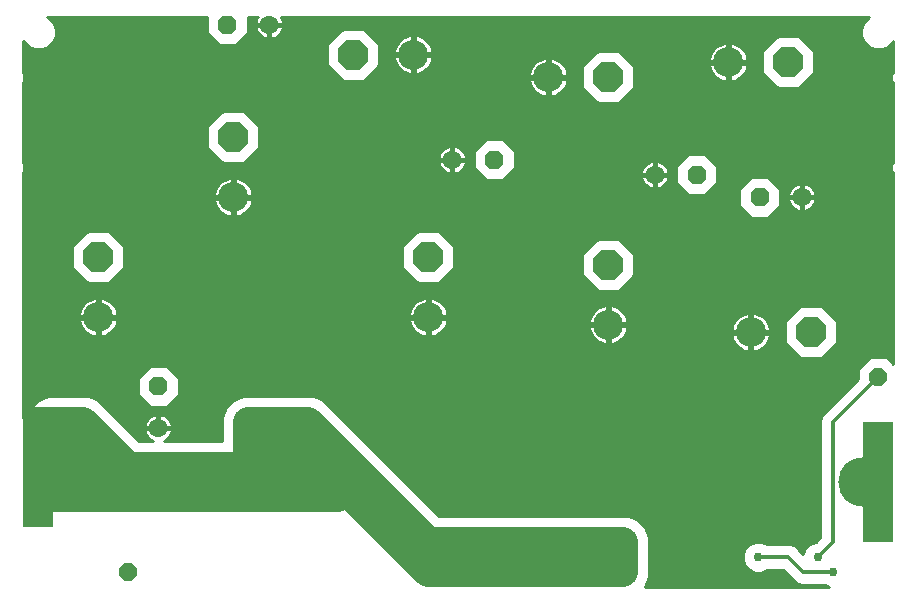
<source format=gbl>
G75*
%MOIN*%
%OFA0B0*%
%FSLAX25Y25*%
%IPPOS*%
%LPD*%
%AMOC8*
5,1,8,0,0,1.08239X$1,22.5*
%
%ADD10OC8,0.06000*%
%ADD11OC8,0.06300*%
%ADD12C,0.06300*%
%ADD13C,0.10000*%
%ADD14OC8,0.10000*%
%ADD15R,0.10000X0.40000*%
%ADD16C,0.16500*%
%ADD17C,0.02978*%
%ADD18C,0.01200*%
%ADD19C,0.10000*%
%ADD20C,0.01000*%
D10*
X0041500Y0015167D03*
X0291500Y0080167D03*
D11*
X0252000Y0140167D03*
X0231000Y0147667D03*
X0163500Y0152667D03*
X0074500Y0197667D03*
X0051500Y0077167D03*
D12*
X0051500Y0063167D03*
X0149500Y0152667D03*
X0217000Y0147667D03*
X0266000Y0140167D03*
X0088500Y0197667D03*
D13*
X0136500Y0187667D03*
X0181500Y0180167D03*
X0241500Y0185167D03*
X0141500Y0100167D03*
X0201500Y0097667D03*
X0249000Y0095167D03*
X0076500Y0140167D03*
X0031500Y0100167D03*
D14*
X0031500Y0120167D03*
X0076500Y0160167D03*
X0116500Y0187667D03*
X0201500Y0180167D03*
X0261500Y0185167D03*
X0201500Y0117667D03*
X0141500Y0120167D03*
X0269000Y0095167D03*
D15*
X0291500Y0045167D03*
X0291500Y0165167D03*
X0011500Y0165167D03*
X0011500Y0050167D03*
D16*
X0021500Y0050167D03*
X0021500Y0165167D03*
X0281500Y0165167D03*
X0286500Y0045167D03*
D17*
X0271500Y0020167D03*
X0276500Y0015167D03*
X0251500Y0020167D03*
X0206500Y0020167D03*
X0206500Y0025167D03*
X0206500Y0015167D03*
X0141500Y0015167D03*
X0141500Y0020167D03*
X0141500Y0025167D03*
X0086500Y0055167D03*
X0086500Y0060167D03*
X0086500Y0065167D03*
X0036500Y0055167D03*
X0026500Y0060167D03*
X0026500Y0050167D03*
X0036500Y0045167D03*
X0026500Y0040167D03*
D18*
X0251500Y0020167D02*
X0261500Y0020167D01*
X0266500Y0015167D01*
X0276500Y0015167D01*
X0271500Y0020167D02*
X0276500Y0025167D01*
X0276500Y0065167D01*
X0291500Y0080167D01*
D19*
X0206500Y0025167D02*
X0206500Y0015167D01*
X0141500Y0015167D01*
X0101500Y0055167D01*
X0081500Y0055167D01*
X0081500Y0065167D01*
X0101500Y0065167D01*
X0141500Y0025167D01*
X0141500Y0015167D01*
X0141500Y0025167D02*
X0206500Y0025167D01*
X0111500Y0040167D02*
X0026500Y0040167D01*
X0016500Y0040167D01*
X0016500Y0050167D01*
X0021500Y0045167D01*
X0036500Y0045167D01*
X0021500Y0060167D01*
X0021500Y0055167D01*
X0026500Y0050167D01*
X0016500Y0050167D02*
X0016500Y0060167D01*
X0016500Y0065167D02*
X0026500Y0065167D01*
X0036500Y0055167D01*
X0041500Y0050167D01*
X0101500Y0050167D01*
X0106500Y0045167D02*
X0036500Y0045167D01*
D20*
X0045104Y0058867D02*
X0041428Y0062542D01*
X0031428Y0072542D01*
X0028231Y0073867D01*
X0014769Y0073867D01*
X0011572Y0072542D01*
X0009124Y0070095D01*
X0008977Y0069738D01*
X0008561Y0069566D01*
X0007101Y0068106D01*
X0006500Y0066655D01*
X0006500Y0148678D01*
X0007101Y0147227D01*
X0008561Y0145768D01*
X0010468Y0144978D01*
X0012532Y0144978D01*
X0014439Y0145768D01*
X0015899Y0147227D01*
X0016689Y0149134D01*
X0016689Y0151199D01*
X0015899Y0153106D01*
X0014439Y0154566D01*
X0012532Y0155356D01*
X0010468Y0155356D01*
X0008561Y0154566D01*
X0007101Y0153106D01*
X0006500Y0151655D01*
X0006500Y0178678D01*
X0007101Y0177227D01*
X0008561Y0175768D01*
X0010468Y0174978D01*
X0012532Y0174978D01*
X0014439Y0175768D01*
X0015899Y0177227D01*
X0016689Y0179134D01*
X0016689Y0181199D01*
X0015899Y0183106D01*
X0014439Y0184566D01*
X0012532Y0185356D01*
X0010468Y0185356D01*
X0008561Y0184566D01*
X0007101Y0183106D01*
X0006500Y0181655D01*
X0006500Y0192135D01*
X0006600Y0191893D01*
X0008226Y0190267D01*
X0010350Y0189387D01*
X0012650Y0189387D01*
X0014774Y0190267D01*
X0016400Y0191893D01*
X0017280Y0194017D01*
X0017280Y0196316D01*
X0016400Y0198440D01*
X0014774Y0200066D01*
X0014531Y0200167D01*
X0067650Y0200167D01*
X0067650Y0194829D01*
X0071663Y0190817D01*
X0077337Y0190817D01*
X0081350Y0194829D01*
X0081350Y0200167D01*
X0084569Y0200167D01*
X0084523Y0200104D01*
X0084191Y0199452D01*
X0083964Y0198756D01*
X0083850Y0198033D01*
X0083850Y0197967D01*
X0088200Y0197967D01*
X0088200Y0197367D01*
X0083850Y0197367D01*
X0083850Y0197301D01*
X0083964Y0196578D01*
X0084191Y0195882D01*
X0084523Y0195230D01*
X0084953Y0194637D01*
X0085471Y0194120D01*
X0086063Y0193690D01*
X0086715Y0193357D01*
X0087411Y0193131D01*
X0088134Y0193017D01*
X0088200Y0193017D01*
X0088200Y0197367D01*
X0088800Y0197367D01*
X0088800Y0197967D01*
X0093150Y0197967D01*
X0093150Y0198033D01*
X0093035Y0198756D01*
X0092809Y0199452D01*
X0092477Y0200104D01*
X0092431Y0200167D01*
X0288469Y0200167D01*
X0288226Y0200066D01*
X0286600Y0198440D01*
X0285720Y0196316D01*
X0285720Y0194017D01*
X0286600Y0191893D01*
X0288226Y0190267D01*
X0290350Y0189387D01*
X0292650Y0189387D01*
X0294774Y0190267D01*
X0296400Y0191893D01*
X0296500Y0192135D01*
X0296500Y0181655D01*
X0295899Y0183106D01*
X0294439Y0184566D01*
X0292532Y0185356D01*
X0290468Y0185356D01*
X0288561Y0184566D01*
X0287101Y0183106D01*
X0286311Y0181199D01*
X0286311Y0179134D01*
X0287101Y0177227D01*
X0288561Y0175768D01*
X0290468Y0174978D01*
X0292532Y0174978D01*
X0294439Y0175768D01*
X0295899Y0177227D01*
X0296500Y0178678D01*
X0296500Y0151655D01*
X0295899Y0153106D01*
X0294439Y0154566D01*
X0292532Y0155356D01*
X0290468Y0155356D01*
X0288561Y0154566D01*
X0287101Y0153106D01*
X0286311Y0151199D01*
X0286311Y0149134D01*
X0287101Y0147227D01*
X0288561Y0145768D01*
X0290468Y0144978D01*
X0292532Y0144978D01*
X0294439Y0145768D01*
X0295899Y0147227D01*
X0296500Y0148678D01*
X0296500Y0084642D01*
X0294275Y0086867D01*
X0288725Y0086867D01*
X0284800Y0082942D01*
X0284800Y0079548D01*
X0274064Y0068812D01*
X0272855Y0067602D01*
X0272200Y0066022D01*
X0272200Y0026948D01*
X0270608Y0025356D01*
X0270468Y0025356D01*
X0268561Y0024566D01*
X0267101Y0023106D01*
X0266381Y0021367D01*
X0265145Y0022602D01*
X0263936Y0023812D01*
X0262355Y0024467D01*
X0254538Y0024467D01*
X0254439Y0024566D01*
X0252532Y0025356D01*
X0250468Y0025356D01*
X0248561Y0024566D01*
X0247101Y0023106D01*
X0246311Y0021199D01*
X0246311Y0019134D01*
X0247101Y0017227D01*
X0248561Y0015768D01*
X0250468Y0014978D01*
X0252532Y0014978D01*
X0254439Y0015768D01*
X0254538Y0015867D01*
X0259719Y0015867D01*
X0264064Y0011521D01*
X0265645Y0010867D01*
X0273462Y0010867D01*
X0273561Y0010768D01*
X0275012Y0010167D01*
X0213804Y0010167D01*
X0213875Y0010238D01*
X0215200Y0013436D01*
X0215200Y0026897D01*
X0213875Y0030095D01*
X0211428Y0032542D01*
X0208231Y0033867D01*
X0145104Y0033867D01*
X0108875Y0070095D01*
X0106428Y0072542D01*
X0103231Y0073867D01*
X0079769Y0073867D01*
X0076572Y0072542D01*
X0074124Y0070095D01*
X0072800Y0066897D01*
X0072800Y0058867D01*
X0053303Y0058867D01*
X0053937Y0059190D01*
X0054529Y0059620D01*
X0055047Y0060137D01*
X0055477Y0060730D01*
X0055809Y0061382D01*
X0056035Y0062078D01*
X0056150Y0062801D01*
X0056150Y0062867D01*
X0051800Y0062867D01*
X0051800Y0063467D01*
X0051200Y0063467D01*
X0051200Y0067817D01*
X0051134Y0067817D01*
X0050411Y0067702D01*
X0049715Y0067476D01*
X0049063Y0067144D01*
X0048471Y0066713D01*
X0047953Y0066196D01*
X0047523Y0065604D01*
X0047191Y0064952D01*
X0046964Y0064256D01*
X0046850Y0063533D01*
X0046850Y0063467D01*
X0051200Y0063467D01*
X0051200Y0062867D01*
X0046850Y0062867D01*
X0046850Y0062801D01*
X0046964Y0062078D01*
X0047191Y0061382D01*
X0047523Y0060730D01*
X0047953Y0060137D01*
X0048471Y0059620D01*
X0049063Y0059190D01*
X0049697Y0058867D01*
X0045104Y0058867D01*
X0044884Y0059086D02*
X0049266Y0059086D01*
X0048006Y0060085D02*
X0043886Y0060085D01*
X0042887Y0061083D02*
X0047343Y0061083D01*
X0046964Y0062082D02*
X0041888Y0062082D01*
X0040890Y0063080D02*
X0051200Y0063080D01*
X0051800Y0063080D02*
X0072800Y0063080D01*
X0072800Y0062082D02*
X0056036Y0062082D01*
X0055657Y0061083D02*
X0072800Y0061083D01*
X0072800Y0060085D02*
X0054994Y0060085D01*
X0053734Y0059086D02*
X0072800Y0059086D01*
X0072800Y0064079D02*
X0056063Y0064079D01*
X0056035Y0064256D02*
X0055809Y0064952D01*
X0055477Y0065604D01*
X0055047Y0066196D01*
X0054529Y0066713D01*
X0053937Y0067144D01*
X0053285Y0067476D01*
X0052589Y0067702D01*
X0051866Y0067817D01*
X0051800Y0067817D01*
X0051800Y0063467D01*
X0056150Y0063467D01*
X0056150Y0063533D01*
X0056035Y0064256D01*
X0055745Y0065077D02*
X0072800Y0065077D01*
X0072800Y0066076D02*
X0055134Y0066076D01*
X0054033Y0067074D02*
X0072873Y0067074D01*
X0073287Y0068073D02*
X0035897Y0068073D01*
X0034899Y0069071D02*
X0073701Y0069071D01*
X0074114Y0070070D02*
X0033900Y0070070D01*
X0032902Y0071068D02*
X0047911Y0071068D01*
X0048663Y0070317D02*
X0044650Y0074329D01*
X0044650Y0080004D01*
X0048663Y0084017D01*
X0054337Y0084017D01*
X0058350Y0080004D01*
X0058350Y0074329D01*
X0054337Y0070317D01*
X0048663Y0070317D01*
X0046912Y0072067D02*
X0031903Y0072067D01*
X0030165Y0073065D02*
X0045914Y0073065D01*
X0044915Y0074064D02*
X0006500Y0074064D01*
X0006500Y0075062D02*
X0044650Y0075062D01*
X0044650Y0076061D02*
X0006500Y0076061D01*
X0006500Y0077059D02*
X0044650Y0077059D01*
X0044650Y0078058D02*
X0006500Y0078058D01*
X0006500Y0079056D02*
X0044650Y0079056D01*
X0044701Y0080055D02*
X0006500Y0080055D01*
X0006500Y0081054D02*
X0045700Y0081054D01*
X0046698Y0082052D02*
X0006500Y0082052D01*
X0006500Y0083051D02*
X0047697Y0083051D01*
X0055303Y0083051D02*
X0284909Y0083051D01*
X0284800Y0082052D02*
X0056302Y0082052D01*
X0057300Y0081054D02*
X0284800Y0081054D01*
X0284800Y0080055D02*
X0058299Y0080055D01*
X0058350Y0079056D02*
X0284309Y0079056D01*
X0283310Y0078058D02*
X0058350Y0078058D01*
X0058350Y0077059D02*
X0282312Y0077059D01*
X0281313Y0076061D02*
X0058350Y0076061D01*
X0058350Y0075062D02*
X0280315Y0075062D01*
X0279316Y0074064D02*
X0058085Y0074064D01*
X0057086Y0073065D02*
X0077835Y0073065D01*
X0076097Y0072067D02*
X0056088Y0072067D01*
X0055089Y0071068D02*
X0075098Y0071068D01*
X0051800Y0067074D02*
X0051200Y0067074D01*
X0051200Y0066076D02*
X0051800Y0066076D01*
X0051800Y0065077D02*
X0051200Y0065077D01*
X0051200Y0064079D02*
X0051800Y0064079D01*
X0048967Y0067074D02*
X0036896Y0067074D01*
X0037894Y0066076D02*
X0047866Y0066076D01*
X0047255Y0065077D02*
X0038893Y0065077D01*
X0039891Y0064079D02*
X0046937Y0064079D01*
X0012835Y0073065D02*
X0006500Y0073065D01*
X0006500Y0072067D02*
X0011097Y0072067D01*
X0010098Y0071068D02*
X0006500Y0071068D01*
X0006500Y0070070D02*
X0009114Y0070070D01*
X0008066Y0069071D02*
X0006500Y0069071D01*
X0006500Y0068073D02*
X0007087Y0068073D01*
X0006674Y0067074D02*
X0006500Y0067074D01*
X0006500Y0084049D02*
X0285907Y0084049D01*
X0286906Y0085048D02*
X0006500Y0085048D01*
X0006500Y0086046D02*
X0287904Y0086046D01*
X0295096Y0086046D02*
X0296500Y0086046D01*
X0296500Y0085048D02*
X0296094Y0085048D01*
X0296500Y0087045D02*
X0273182Y0087045D01*
X0272604Y0086467D02*
X0277700Y0091563D01*
X0277700Y0098770D01*
X0272604Y0103867D01*
X0265396Y0103867D01*
X0260300Y0098770D01*
X0260300Y0091563D01*
X0265396Y0086467D01*
X0272604Y0086467D01*
X0274180Y0088043D02*
X0296500Y0088043D01*
X0296500Y0089042D02*
X0275179Y0089042D01*
X0276177Y0090040D02*
X0296500Y0090040D01*
X0296500Y0091039D02*
X0277176Y0091039D01*
X0277700Y0092037D02*
X0296500Y0092037D01*
X0296500Y0093036D02*
X0277700Y0093036D01*
X0277700Y0094034D02*
X0296500Y0094034D01*
X0296500Y0095033D02*
X0277700Y0095033D01*
X0277700Y0096031D02*
X0296500Y0096031D01*
X0296500Y0097030D02*
X0277700Y0097030D01*
X0277700Y0098028D02*
X0296500Y0098028D01*
X0296500Y0099027D02*
X0277444Y0099027D01*
X0276445Y0100025D02*
X0296500Y0100025D01*
X0296500Y0101024D02*
X0275447Y0101024D01*
X0274448Y0102022D02*
X0296500Y0102022D01*
X0296500Y0103021D02*
X0273450Y0103021D01*
X0264550Y0103021D02*
X0205200Y0103021D01*
X0205119Y0103083D02*
X0204381Y0103509D01*
X0203594Y0103835D01*
X0202771Y0104055D01*
X0202000Y0104157D01*
X0202000Y0098167D01*
X0201000Y0098167D01*
X0201000Y0104157D01*
X0200229Y0104055D01*
X0199406Y0103835D01*
X0198619Y0103509D01*
X0197881Y0103083D01*
X0197205Y0102564D01*
X0196603Y0101962D01*
X0196084Y0101286D01*
X0195658Y0100548D01*
X0195332Y0099760D01*
X0195111Y0098937D01*
X0195010Y0098167D01*
X0201000Y0098167D01*
X0201000Y0097167D01*
X0195010Y0097167D01*
X0195111Y0096396D01*
X0195332Y0095573D01*
X0195658Y0094786D01*
X0196084Y0094048D01*
X0196603Y0093372D01*
X0197205Y0092769D01*
X0197881Y0092251D01*
X0198619Y0091824D01*
X0199406Y0091498D01*
X0200229Y0091278D01*
X0201000Y0091176D01*
X0201000Y0097167D01*
X0202000Y0097167D01*
X0202000Y0098167D01*
X0207990Y0098167D01*
X0207889Y0098937D01*
X0207668Y0099760D01*
X0207342Y0100548D01*
X0206916Y0101286D01*
X0206397Y0101962D01*
X0205795Y0102564D01*
X0205119Y0103083D01*
X0206337Y0102022D02*
X0263552Y0102022D01*
X0262553Y0101024D02*
X0251845Y0101024D01*
X0251881Y0101009D02*
X0251094Y0101335D01*
X0250271Y0101555D01*
X0249500Y0101657D01*
X0249500Y0095667D01*
X0248500Y0095667D01*
X0248500Y0101657D01*
X0247729Y0101555D01*
X0246906Y0101335D01*
X0246119Y0101009D01*
X0245381Y0100583D01*
X0244705Y0100064D01*
X0244103Y0099462D01*
X0243584Y0098786D01*
X0243158Y0098048D01*
X0242832Y0097260D01*
X0242611Y0096437D01*
X0242510Y0095667D01*
X0248500Y0095667D01*
X0248500Y0094667D01*
X0242510Y0094667D01*
X0242611Y0093896D01*
X0242832Y0093073D01*
X0243158Y0092286D01*
X0243584Y0091548D01*
X0244103Y0090872D01*
X0244705Y0090269D01*
X0245381Y0089751D01*
X0246119Y0089324D01*
X0246906Y0088998D01*
X0247729Y0088778D01*
X0248500Y0088676D01*
X0248500Y0094667D01*
X0249500Y0094667D01*
X0249500Y0095667D01*
X0255490Y0095667D01*
X0255389Y0096437D01*
X0255168Y0097260D01*
X0254842Y0098048D01*
X0254416Y0098786D01*
X0253897Y0099462D01*
X0253295Y0100064D01*
X0252619Y0100583D01*
X0251881Y0101009D01*
X0253334Y0100025D02*
X0261555Y0100025D01*
X0260556Y0099027D02*
X0254231Y0099027D01*
X0254850Y0098028D02*
X0260300Y0098028D01*
X0260300Y0097030D02*
X0255230Y0097030D01*
X0255442Y0096031D02*
X0260300Y0096031D01*
X0260300Y0095033D02*
X0249500Y0095033D01*
X0249500Y0094667D02*
X0255490Y0094667D01*
X0255389Y0093896D01*
X0255168Y0093073D01*
X0254842Y0092286D01*
X0254416Y0091548D01*
X0253897Y0090872D01*
X0253295Y0090269D01*
X0252619Y0089751D01*
X0251881Y0089324D01*
X0251094Y0088998D01*
X0250271Y0088778D01*
X0249500Y0088676D01*
X0249500Y0094667D01*
X0249500Y0094034D02*
X0248500Y0094034D01*
X0248500Y0093036D02*
X0249500Y0093036D01*
X0249500Y0092037D02*
X0248500Y0092037D01*
X0248500Y0091039D02*
X0249500Y0091039D01*
X0249500Y0090040D02*
X0248500Y0090040D01*
X0248500Y0089042D02*
X0249500Y0089042D01*
X0251198Y0089042D02*
X0262821Y0089042D01*
X0261823Y0090040D02*
X0252996Y0090040D01*
X0254026Y0091039D02*
X0260824Y0091039D01*
X0260300Y0092037D02*
X0254699Y0092037D01*
X0255153Y0093036D02*
X0260300Y0093036D01*
X0260300Y0094034D02*
X0255407Y0094034D01*
X0249500Y0096031D02*
X0248500Y0096031D01*
X0248500Y0095033D02*
X0207445Y0095033D01*
X0207342Y0094786D02*
X0207668Y0095573D01*
X0207889Y0096396D01*
X0207990Y0097167D01*
X0202000Y0097167D01*
X0202000Y0091176D01*
X0202771Y0091278D01*
X0203594Y0091498D01*
X0204381Y0091824D01*
X0205119Y0092251D01*
X0205795Y0092769D01*
X0206397Y0093372D01*
X0206916Y0094048D01*
X0207342Y0094786D01*
X0206906Y0094034D02*
X0242593Y0094034D01*
X0242847Y0093036D02*
X0206061Y0093036D01*
X0204749Y0092037D02*
X0243301Y0092037D01*
X0243974Y0091039D02*
X0006500Y0091039D01*
X0006500Y0092037D02*
X0198251Y0092037D01*
X0196939Y0093036D02*
X0006500Y0093036D01*
X0006500Y0094034D02*
X0029320Y0094034D01*
X0029406Y0093998D02*
X0030229Y0093778D01*
X0031000Y0093676D01*
X0031000Y0099667D01*
X0025010Y0099667D01*
X0025111Y0098896D01*
X0025332Y0098073D01*
X0025658Y0097286D01*
X0026084Y0096548D01*
X0026603Y0095872D01*
X0027205Y0095269D01*
X0027881Y0094751D01*
X0028619Y0094324D01*
X0029406Y0093998D01*
X0031000Y0094034D02*
X0032000Y0094034D01*
X0032000Y0093676D02*
X0032771Y0093778D01*
X0033594Y0093998D01*
X0034381Y0094324D01*
X0035119Y0094751D01*
X0035795Y0095269D01*
X0036397Y0095872D01*
X0036916Y0096548D01*
X0037342Y0097286D01*
X0037668Y0098073D01*
X0037889Y0098896D01*
X0037990Y0099667D01*
X0032000Y0099667D01*
X0032000Y0100667D01*
X0031000Y0100667D01*
X0031000Y0106657D01*
X0030229Y0106555D01*
X0029406Y0106335D01*
X0028619Y0106009D01*
X0027881Y0105583D01*
X0027205Y0105064D01*
X0026603Y0104462D01*
X0026084Y0103786D01*
X0025658Y0103048D01*
X0025332Y0102260D01*
X0025111Y0101437D01*
X0025010Y0100667D01*
X0031000Y0100667D01*
X0031000Y0099667D01*
X0032000Y0099667D01*
X0032000Y0093676D01*
X0032000Y0095033D02*
X0031000Y0095033D01*
X0031000Y0096031D02*
X0032000Y0096031D01*
X0032000Y0097030D02*
X0031000Y0097030D01*
X0031000Y0098028D02*
X0032000Y0098028D01*
X0032000Y0099027D02*
X0031000Y0099027D01*
X0031000Y0100025D02*
X0006500Y0100025D01*
X0006500Y0099027D02*
X0025094Y0099027D01*
X0025350Y0098028D02*
X0006500Y0098028D01*
X0006500Y0097030D02*
X0025806Y0097030D01*
X0026480Y0096031D02*
X0006500Y0096031D01*
X0006500Y0095033D02*
X0027513Y0095033D01*
X0033680Y0094034D02*
X0139320Y0094034D01*
X0139406Y0093998D02*
X0140229Y0093778D01*
X0141000Y0093676D01*
X0141000Y0099667D01*
X0135010Y0099667D01*
X0135111Y0098896D01*
X0135332Y0098073D01*
X0135658Y0097286D01*
X0136084Y0096548D01*
X0136603Y0095872D01*
X0137205Y0095269D01*
X0137881Y0094751D01*
X0138619Y0094324D01*
X0139406Y0093998D01*
X0141000Y0094034D02*
X0142000Y0094034D01*
X0142000Y0093676D02*
X0142771Y0093778D01*
X0143594Y0093998D01*
X0144381Y0094324D01*
X0145119Y0094751D01*
X0145795Y0095269D01*
X0146397Y0095872D01*
X0146916Y0096548D01*
X0147342Y0097286D01*
X0147668Y0098073D01*
X0147889Y0098896D01*
X0147990Y0099667D01*
X0142000Y0099667D01*
X0142000Y0100667D01*
X0141000Y0100667D01*
X0141000Y0106657D01*
X0140229Y0106555D01*
X0139406Y0106335D01*
X0138619Y0106009D01*
X0137881Y0105583D01*
X0137205Y0105064D01*
X0136603Y0104462D01*
X0136084Y0103786D01*
X0135658Y0103048D01*
X0135332Y0102260D01*
X0135111Y0101437D01*
X0135010Y0100667D01*
X0141000Y0100667D01*
X0141000Y0099667D01*
X0142000Y0099667D01*
X0142000Y0093676D01*
X0142000Y0095033D02*
X0141000Y0095033D01*
X0141000Y0096031D02*
X0142000Y0096031D01*
X0142000Y0097030D02*
X0141000Y0097030D01*
X0141000Y0098028D02*
X0142000Y0098028D01*
X0142000Y0099027D02*
X0141000Y0099027D01*
X0141000Y0100025D02*
X0032000Y0100025D01*
X0032000Y0100667D02*
X0037990Y0100667D01*
X0037889Y0101437D01*
X0037668Y0102260D01*
X0037342Y0103048D01*
X0036916Y0103786D01*
X0036397Y0104462D01*
X0035795Y0105064D01*
X0035119Y0105583D01*
X0034381Y0106009D01*
X0033594Y0106335D01*
X0032771Y0106555D01*
X0032000Y0106657D01*
X0032000Y0100667D01*
X0032000Y0101024D02*
X0031000Y0101024D01*
X0031000Y0102022D02*
X0032000Y0102022D01*
X0032000Y0103021D02*
X0031000Y0103021D01*
X0031000Y0104019D02*
X0032000Y0104019D01*
X0032000Y0105018D02*
X0031000Y0105018D01*
X0031000Y0106016D02*
X0032000Y0106016D01*
X0034363Y0106016D02*
X0138637Y0106016D01*
X0137159Y0105018D02*
X0035841Y0105018D01*
X0036737Y0104019D02*
X0136263Y0104019D01*
X0135647Y0103021D02*
X0037353Y0103021D01*
X0037732Y0102022D02*
X0135268Y0102022D01*
X0135057Y0101024D02*
X0037943Y0101024D01*
X0037906Y0099027D02*
X0135094Y0099027D01*
X0135350Y0098028D02*
X0037650Y0098028D01*
X0037194Y0097030D02*
X0135806Y0097030D01*
X0136480Y0096031D02*
X0036520Y0096031D01*
X0035487Y0095033D02*
X0137513Y0095033D01*
X0143680Y0094034D02*
X0196094Y0094034D01*
X0195555Y0095033D02*
X0145487Y0095033D01*
X0146520Y0096031D02*
X0195209Y0096031D01*
X0195028Y0097030D02*
X0147194Y0097030D01*
X0147650Y0098028D02*
X0201000Y0098028D01*
X0201000Y0097030D02*
X0202000Y0097030D01*
X0202000Y0098028D02*
X0243150Y0098028D01*
X0242770Y0097030D02*
X0207972Y0097030D01*
X0207791Y0096031D02*
X0242558Y0096031D01*
X0243769Y0099027D02*
X0207865Y0099027D01*
X0207559Y0100025D02*
X0244666Y0100025D01*
X0246155Y0101024D02*
X0207067Y0101024D01*
X0202000Y0101024D02*
X0201000Y0101024D01*
X0201000Y0102022D02*
X0202000Y0102022D01*
X0202000Y0103021D02*
X0201000Y0103021D01*
X0201000Y0104019D02*
X0202000Y0104019D01*
X0202906Y0104019D02*
X0296500Y0104019D01*
X0296500Y0105018D02*
X0145841Y0105018D01*
X0145795Y0105064D02*
X0145119Y0105583D01*
X0144381Y0106009D01*
X0143594Y0106335D01*
X0142771Y0106555D01*
X0142000Y0106657D01*
X0142000Y0100667D01*
X0147990Y0100667D01*
X0147889Y0101437D01*
X0147668Y0102260D01*
X0147342Y0103048D01*
X0146916Y0103786D01*
X0146397Y0104462D01*
X0145795Y0105064D01*
X0146737Y0104019D02*
X0200094Y0104019D01*
X0197800Y0103021D02*
X0147353Y0103021D01*
X0147732Y0102022D02*
X0196663Y0102022D01*
X0195933Y0101024D02*
X0147943Y0101024D01*
X0147906Y0099027D02*
X0195135Y0099027D01*
X0195441Y0100025D02*
X0142000Y0100025D01*
X0142000Y0101024D02*
X0141000Y0101024D01*
X0141000Y0102022D02*
X0142000Y0102022D01*
X0142000Y0103021D02*
X0141000Y0103021D01*
X0141000Y0104019D02*
X0142000Y0104019D01*
X0142000Y0105018D02*
X0141000Y0105018D01*
X0141000Y0106016D02*
X0142000Y0106016D01*
X0144363Y0106016D02*
X0296500Y0106016D01*
X0296500Y0107015D02*
X0006500Y0107015D01*
X0006500Y0108013D02*
X0296500Y0108013D01*
X0296500Y0109012D02*
X0205149Y0109012D01*
X0205104Y0108967D02*
X0210200Y0114063D01*
X0210200Y0121270D01*
X0205104Y0126367D01*
X0197896Y0126367D01*
X0192800Y0121270D01*
X0192800Y0114063D01*
X0197896Y0108967D01*
X0205104Y0108967D01*
X0206147Y0110010D02*
X0296500Y0110010D01*
X0296500Y0111009D02*
X0207146Y0111009D01*
X0208144Y0112007D02*
X0296500Y0112007D01*
X0296500Y0113006D02*
X0209143Y0113006D01*
X0210141Y0114004D02*
X0296500Y0114004D01*
X0296500Y0115003D02*
X0210200Y0115003D01*
X0210200Y0116001D02*
X0296500Y0116001D01*
X0296500Y0117000D02*
X0210200Y0117000D01*
X0210200Y0117998D02*
X0296500Y0117998D01*
X0296500Y0118997D02*
X0210200Y0118997D01*
X0210200Y0119995D02*
X0296500Y0119995D01*
X0296500Y0120994D02*
X0210200Y0120994D01*
X0209478Y0121992D02*
X0296500Y0121992D01*
X0296500Y0122991D02*
X0208479Y0122991D01*
X0207481Y0123990D02*
X0296500Y0123990D01*
X0296500Y0124988D02*
X0206482Y0124988D01*
X0205484Y0125987D02*
X0296500Y0125987D01*
X0296500Y0126985D02*
X0146985Y0126985D01*
X0145987Y0127984D02*
X0296500Y0127984D01*
X0296500Y0128982D02*
X0006500Y0128982D01*
X0006500Y0127984D02*
X0027013Y0127984D01*
X0027896Y0128867D02*
X0022800Y0123770D01*
X0022800Y0116563D01*
X0027896Y0111467D01*
X0035104Y0111467D01*
X0040200Y0116563D01*
X0040200Y0123770D01*
X0035104Y0128867D01*
X0027896Y0128867D01*
X0026015Y0126985D02*
X0006500Y0126985D01*
X0006500Y0125987D02*
X0025016Y0125987D01*
X0024018Y0124988D02*
X0006500Y0124988D01*
X0006500Y0123990D02*
X0023019Y0123990D01*
X0022800Y0122991D02*
X0006500Y0122991D01*
X0006500Y0121992D02*
X0022800Y0121992D01*
X0022800Y0120994D02*
X0006500Y0120994D01*
X0006500Y0119995D02*
X0022800Y0119995D01*
X0022800Y0118997D02*
X0006500Y0118997D01*
X0006500Y0117998D02*
X0022800Y0117998D01*
X0022800Y0117000D02*
X0006500Y0117000D01*
X0006500Y0116001D02*
X0023362Y0116001D01*
X0024360Y0115003D02*
X0006500Y0115003D01*
X0006500Y0114004D02*
X0025359Y0114004D01*
X0026357Y0113006D02*
X0006500Y0113006D01*
X0006500Y0112007D02*
X0027356Y0112007D01*
X0028637Y0106016D02*
X0006500Y0106016D01*
X0006500Y0105018D02*
X0027159Y0105018D01*
X0026263Y0104019D02*
X0006500Y0104019D01*
X0006500Y0103021D02*
X0025647Y0103021D01*
X0025268Y0102022D02*
X0006500Y0102022D01*
X0006500Y0101024D02*
X0025057Y0101024D01*
X0035644Y0112007D02*
X0137356Y0112007D01*
X0137896Y0111467D02*
X0145104Y0111467D01*
X0150200Y0116563D01*
X0150200Y0123770D01*
X0145104Y0128867D01*
X0137896Y0128867D01*
X0132800Y0123770D01*
X0132800Y0116563D01*
X0137896Y0111467D01*
X0136357Y0113006D02*
X0036643Y0113006D01*
X0037641Y0114004D02*
X0135359Y0114004D01*
X0134360Y0115003D02*
X0038640Y0115003D01*
X0039638Y0116001D02*
X0133362Y0116001D01*
X0132800Y0117000D02*
X0040200Y0117000D01*
X0040200Y0117998D02*
X0132800Y0117998D01*
X0132800Y0118997D02*
X0040200Y0118997D01*
X0040200Y0119995D02*
X0132800Y0119995D01*
X0132800Y0120994D02*
X0040200Y0120994D01*
X0040200Y0121992D02*
X0132800Y0121992D01*
X0132800Y0122991D02*
X0040200Y0122991D01*
X0039981Y0123990D02*
X0133019Y0123990D01*
X0134018Y0124988D02*
X0038982Y0124988D01*
X0037984Y0125987D02*
X0135016Y0125987D01*
X0136015Y0126985D02*
X0036985Y0126985D01*
X0035987Y0127984D02*
X0137013Y0127984D01*
X0147984Y0125987D02*
X0197516Y0125987D01*
X0196518Y0124988D02*
X0148982Y0124988D01*
X0149981Y0123990D02*
X0195519Y0123990D01*
X0194521Y0122991D02*
X0150200Y0122991D01*
X0150200Y0121992D02*
X0193522Y0121992D01*
X0192800Y0120994D02*
X0150200Y0120994D01*
X0150200Y0119995D02*
X0192800Y0119995D01*
X0192800Y0118997D02*
X0150200Y0118997D01*
X0150200Y0117998D02*
X0192800Y0117998D01*
X0192800Y0117000D02*
X0150200Y0117000D01*
X0149638Y0116001D02*
X0192800Y0116001D01*
X0192800Y0115003D02*
X0148640Y0115003D01*
X0147641Y0114004D02*
X0192859Y0114004D01*
X0193857Y0113006D02*
X0146643Y0113006D01*
X0145644Y0112007D02*
X0194856Y0112007D01*
X0195854Y0111009D02*
X0006500Y0111009D01*
X0006500Y0110010D02*
X0196853Y0110010D01*
X0197851Y0109012D02*
X0006500Y0109012D01*
X0006500Y0090040D02*
X0245004Y0090040D01*
X0246802Y0089042D02*
X0006500Y0089042D01*
X0006500Y0088043D02*
X0263820Y0088043D01*
X0264818Y0087045D02*
X0006500Y0087045D01*
X0006500Y0129981D02*
X0296500Y0129981D01*
X0296500Y0130979D02*
X0006500Y0130979D01*
X0006500Y0131978D02*
X0296500Y0131978D01*
X0296500Y0132976D02*
X0006500Y0132976D01*
X0006500Y0133975D02*
X0074495Y0133975D01*
X0074406Y0133998D02*
X0075229Y0133778D01*
X0076000Y0133676D01*
X0076000Y0139667D01*
X0070010Y0139667D01*
X0070111Y0138896D01*
X0070332Y0138073D01*
X0070658Y0137286D01*
X0071084Y0136548D01*
X0071603Y0135872D01*
X0072205Y0135269D01*
X0072881Y0134751D01*
X0073619Y0134324D01*
X0074406Y0133998D01*
X0076000Y0133975D02*
X0077000Y0133975D01*
X0077000Y0133676D02*
X0077771Y0133778D01*
X0078594Y0133998D01*
X0079381Y0134324D01*
X0080119Y0134751D01*
X0080795Y0135269D01*
X0081397Y0135872D01*
X0081916Y0136548D01*
X0082342Y0137286D01*
X0082668Y0138073D01*
X0082889Y0138896D01*
X0082990Y0139667D01*
X0077000Y0139667D01*
X0077000Y0140667D01*
X0076000Y0140667D01*
X0076000Y0146657D01*
X0075229Y0146555D01*
X0074406Y0146335D01*
X0073619Y0146009D01*
X0072881Y0145583D01*
X0072205Y0145064D01*
X0071603Y0144462D01*
X0071084Y0143786D01*
X0070658Y0143048D01*
X0070332Y0142260D01*
X0070111Y0141437D01*
X0070010Y0140667D01*
X0076000Y0140667D01*
X0076000Y0139667D01*
X0077000Y0139667D01*
X0077000Y0133676D01*
X0077000Y0134973D02*
X0076000Y0134973D01*
X0076000Y0135972D02*
X0077000Y0135972D01*
X0077000Y0136970D02*
X0076000Y0136970D01*
X0076000Y0137969D02*
X0077000Y0137969D01*
X0077000Y0138967D02*
X0076000Y0138967D01*
X0076000Y0139966D02*
X0006500Y0139966D01*
X0006500Y0140964D02*
X0070049Y0140964D01*
X0070252Y0141963D02*
X0006500Y0141963D01*
X0006500Y0142961D02*
X0070622Y0142961D01*
X0071217Y0143960D02*
X0006500Y0143960D01*
X0006500Y0144958D02*
X0072099Y0144958D01*
X0073529Y0145957D02*
X0014628Y0145957D01*
X0015627Y0146955D02*
X0159524Y0146955D01*
X0160523Y0145957D02*
X0079471Y0145957D01*
X0079381Y0146009D02*
X0078594Y0146335D01*
X0077771Y0146555D01*
X0077000Y0146657D01*
X0077000Y0140667D01*
X0082990Y0140667D01*
X0082889Y0141437D01*
X0082668Y0142260D01*
X0082342Y0143048D01*
X0081916Y0143786D01*
X0081397Y0144462D01*
X0080795Y0145064D01*
X0080119Y0145583D01*
X0079381Y0146009D01*
X0080901Y0144958D02*
X0213220Y0144958D01*
X0213023Y0145230D02*
X0213453Y0144637D01*
X0213971Y0144120D01*
X0214563Y0143690D01*
X0215215Y0143357D01*
X0215911Y0143131D01*
X0216634Y0143017D01*
X0216700Y0143017D01*
X0216700Y0147367D01*
X0212350Y0147367D01*
X0212350Y0147301D01*
X0212464Y0146578D01*
X0212691Y0145882D01*
X0213023Y0145230D01*
X0212666Y0145957D02*
X0166477Y0145957D01*
X0166337Y0145817D02*
X0170350Y0149829D01*
X0170350Y0155504D01*
X0166337Y0159517D01*
X0160663Y0159517D01*
X0156650Y0155504D01*
X0156650Y0149829D01*
X0160663Y0145817D01*
X0166337Y0145817D01*
X0167476Y0146955D02*
X0212405Y0146955D01*
X0212350Y0147967D02*
X0216700Y0147967D01*
X0216700Y0152317D01*
X0216634Y0152317D01*
X0215911Y0152202D01*
X0215215Y0151976D01*
X0214563Y0151644D01*
X0213971Y0151213D01*
X0213453Y0150696D01*
X0213023Y0150104D01*
X0212691Y0149452D01*
X0212464Y0148756D01*
X0212350Y0148033D01*
X0212350Y0147967D01*
X0212528Y0148952D02*
X0169473Y0148952D01*
X0170350Y0149951D02*
X0212945Y0149951D01*
X0213707Y0150949D02*
X0170350Y0150949D01*
X0170350Y0151948D02*
X0215160Y0151948D01*
X0216700Y0151948D02*
X0217300Y0151948D01*
X0217300Y0152317D02*
X0217366Y0152317D01*
X0218089Y0152202D01*
X0218785Y0151976D01*
X0219437Y0151644D01*
X0220029Y0151213D01*
X0220547Y0150696D01*
X0220977Y0150104D01*
X0221309Y0149452D01*
X0221535Y0148756D01*
X0221650Y0148033D01*
X0221650Y0147967D01*
X0217300Y0147967D01*
X0216700Y0147967D01*
X0216700Y0147367D01*
X0217300Y0147367D01*
X0217300Y0147967D01*
X0217300Y0152317D01*
X0217300Y0150949D02*
X0216700Y0150949D01*
X0216700Y0149951D02*
X0217300Y0149951D01*
X0217300Y0148952D02*
X0216700Y0148952D01*
X0216700Y0147954D02*
X0168474Y0147954D01*
X0170350Y0152946D02*
X0226592Y0152946D01*
X0225594Y0151948D02*
X0218840Y0151948D01*
X0220293Y0150949D02*
X0224595Y0150949D01*
X0224150Y0150504D02*
X0224150Y0144829D01*
X0228163Y0140817D01*
X0233837Y0140817D01*
X0237850Y0144829D01*
X0237850Y0150504D01*
X0233837Y0154517D01*
X0228163Y0154517D01*
X0224150Y0150504D01*
X0224150Y0149951D02*
X0221055Y0149951D01*
X0221472Y0148952D02*
X0224150Y0148952D01*
X0224150Y0147954D02*
X0217300Y0147954D01*
X0217300Y0147367D02*
X0221650Y0147367D01*
X0221650Y0147301D01*
X0221535Y0146578D01*
X0221309Y0145882D01*
X0220977Y0145230D01*
X0220547Y0144637D01*
X0220029Y0144120D01*
X0219437Y0143690D01*
X0218785Y0143357D01*
X0218089Y0143131D01*
X0217366Y0143017D01*
X0217300Y0143017D01*
X0217300Y0147367D01*
X0217300Y0146955D02*
X0216700Y0146955D01*
X0216700Y0145957D02*
X0217300Y0145957D01*
X0217300Y0144958D02*
X0216700Y0144958D01*
X0216700Y0143960D02*
X0217300Y0143960D01*
X0219809Y0143960D02*
X0225020Y0143960D01*
X0224150Y0144958D02*
X0220780Y0144958D01*
X0221334Y0145957D02*
X0224150Y0145957D01*
X0224150Y0146955D02*
X0221595Y0146955D01*
X0226018Y0142961D02*
X0082378Y0142961D01*
X0082748Y0141963D02*
X0227017Y0141963D01*
X0228015Y0140964D02*
X0082951Y0140964D01*
X0082898Y0138967D02*
X0245150Y0138967D01*
X0245150Y0137969D02*
X0082625Y0137969D01*
X0082160Y0136970D02*
X0245509Y0136970D01*
X0245150Y0137329D02*
X0249163Y0133317D01*
X0254837Y0133317D01*
X0258850Y0137329D01*
X0258850Y0143004D01*
X0254837Y0147017D01*
X0249163Y0147017D01*
X0245150Y0143004D01*
X0245150Y0137329D01*
X0246508Y0135972D02*
X0081474Y0135972D01*
X0080409Y0134973D02*
X0247506Y0134973D01*
X0248505Y0133975D02*
X0078505Y0133975D01*
X0072591Y0134973D02*
X0006500Y0134973D01*
X0006500Y0135972D02*
X0071526Y0135972D01*
X0070840Y0136970D02*
X0006500Y0136970D01*
X0006500Y0137969D02*
X0070375Y0137969D01*
X0070102Y0138967D02*
X0006500Y0138967D01*
X0006500Y0145957D02*
X0008372Y0145957D01*
X0007373Y0146955D02*
X0006500Y0146955D01*
X0006500Y0147954D02*
X0006800Y0147954D01*
X0006621Y0151948D02*
X0006500Y0151948D01*
X0006500Y0152946D02*
X0007035Y0152946D01*
X0006500Y0153945D02*
X0007940Y0153945D01*
X0006500Y0154943D02*
X0009473Y0154943D01*
X0006500Y0155942D02*
X0068421Y0155942D01*
X0067800Y0156563D02*
X0072896Y0151467D01*
X0080104Y0151467D01*
X0085200Y0156563D01*
X0085200Y0163770D01*
X0080104Y0168867D01*
X0072896Y0168867D01*
X0067800Y0163770D01*
X0067800Y0156563D01*
X0067800Y0156940D02*
X0006500Y0156940D01*
X0006500Y0157939D02*
X0067800Y0157939D01*
X0067800Y0158937D02*
X0006500Y0158937D01*
X0006500Y0159936D02*
X0067800Y0159936D01*
X0067800Y0160934D02*
X0006500Y0160934D01*
X0006500Y0161933D02*
X0067800Y0161933D01*
X0067800Y0162931D02*
X0006500Y0162931D01*
X0006500Y0163930D02*
X0067960Y0163930D01*
X0068958Y0164928D02*
X0006500Y0164928D01*
X0006500Y0165927D02*
X0069957Y0165927D01*
X0070955Y0166925D02*
X0006500Y0166925D01*
X0006500Y0167924D02*
X0071954Y0167924D01*
X0081046Y0167924D02*
X0296500Y0167924D01*
X0296500Y0168923D02*
X0006500Y0168923D01*
X0006500Y0169921D02*
X0296500Y0169921D01*
X0296500Y0170920D02*
X0006500Y0170920D01*
X0006500Y0171918D02*
X0197445Y0171918D01*
X0197896Y0171467D02*
X0205104Y0171467D01*
X0210200Y0176563D01*
X0210200Y0183770D01*
X0205104Y0188867D01*
X0197896Y0188867D01*
X0192800Y0183770D01*
X0192800Y0176563D01*
X0197896Y0171467D01*
X0196446Y0172917D02*
X0006500Y0172917D01*
X0006500Y0173915D02*
X0179717Y0173915D01*
X0179406Y0173998D02*
X0180229Y0173778D01*
X0181000Y0173676D01*
X0181000Y0179667D01*
X0175010Y0179667D01*
X0175111Y0178896D01*
X0175332Y0178073D01*
X0175658Y0177286D01*
X0176084Y0176548D01*
X0176603Y0175872D01*
X0177205Y0175269D01*
X0177881Y0174751D01*
X0178619Y0174324D01*
X0179406Y0173998D01*
X0181000Y0173915D02*
X0182000Y0173915D01*
X0182000Y0173676D02*
X0182771Y0173778D01*
X0183594Y0173998D01*
X0184381Y0174324D01*
X0185119Y0174751D01*
X0185795Y0175269D01*
X0186397Y0175872D01*
X0186916Y0176548D01*
X0187342Y0177286D01*
X0187668Y0178073D01*
X0187889Y0178896D01*
X0187990Y0179667D01*
X0182000Y0179667D01*
X0182000Y0180667D01*
X0181000Y0180667D01*
X0181000Y0186657D01*
X0180229Y0186555D01*
X0179406Y0186335D01*
X0178619Y0186009D01*
X0177881Y0185583D01*
X0177205Y0185064D01*
X0176603Y0184462D01*
X0176084Y0183786D01*
X0175658Y0183048D01*
X0175332Y0182260D01*
X0175111Y0181437D01*
X0175010Y0180667D01*
X0181000Y0180667D01*
X0181000Y0179667D01*
X0182000Y0179667D01*
X0182000Y0173676D01*
X0182000Y0174914D02*
X0181000Y0174914D01*
X0181000Y0175912D02*
X0182000Y0175912D01*
X0182000Y0176911D02*
X0181000Y0176911D01*
X0181000Y0177909D02*
X0182000Y0177909D01*
X0182000Y0178908D02*
X0181000Y0178908D01*
X0181000Y0179906D02*
X0121043Y0179906D01*
X0120104Y0178967D02*
X0125200Y0184063D01*
X0125200Y0191270D01*
X0120104Y0196367D01*
X0112896Y0196367D01*
X0107800Y0191270D01*
X0107800Y0184063D01*
X0112896Y0178967D01*
X0120104Y0178967D01*
X0122042Y0180905D02*
X0175041Y0180905D01*
X0175236Y0181903D02*
X0139517Y0181903D01*
X0139381Y0181824D02*
X0140119Y0182251D01*
X0140795Y0182769D01*
X0141397Y0183372D01*
X0141916Y0184048D01*
X0142342Y0184786D01*
X0142668Y0185573D01*
X0142889Y0186396D01*
X0142990Y0187167D01*
X0137000Y0187167D01*
X0137000Y0188167D01*
X0136000Y0188167D01*
X0136000Y0194157D01*
X0135229Y0194055D01*
X0134406Y0193835D01*
X0133619Y0193509D01*
X0132881Y0193083D01*
X0132205Y0192564D01*
X0131603Y0191962D01*
X0131084Y0191286D01*
X0130658Y0190548D01*
X0130332Y0189760D01*
X0130111Y0188937D01*
X0130010Y0188167D01*
X0136000Y0188167D01*
X0136000Y0187167D01*
X0130010Y0187167D01*
X0130111Y0186396D01*
X0130332Y0185573D01*
X0130658Y0184786D01*
X0131084Y0184048D01*
X0131603Y0183372D01*
X0132205Y0182769D01*
X0132881Y0182251D01*
X0133619Y0181824D01*
X0134406Y0181498D01*
X0135229Y0181278D01*
X0136000Y0181176D01*
X0136000Y0187167D01*
X0137000Y0187167D01*
X0137000Y0181176D01*
X0137771Y0181278D01*
X0138594Y0181498D01*
X0139381Y0181824D01*
X0140927Y0182902D02*
X0175597Y0182902D01*
X0176172Y0183900D02*
X0141803Y0183900D01*
X0142389Y0184899D02*
X0177040Y0184899D01*
X0178426Y0185897D02*
X0142755Y0185897D01*
X0142955Y0186896D02*
X0195925Y0186896D01*
X0194927Y0185897D02*
X0184574Y0185897D01*
X0184381Y0186009D02*
X0183594Y0186335D01*
X0182771Y0186555D01*
X0182000Y0186657D01*
X0182000Y0180667D01*
X0187990Y0180667D01*
X0187889Y0181437D01*
X0187668Y0182260D01*
X0187342Y0183048D01*
X0186916Y0183786D01*
X0186397Y0184462D01*
X0185795Y0185064D01*
X0185119Y0185583D01*
X0184381Y0186009D01*
X0185960Y0184899D02*
X0193928Y0184899D01*
X0192930Y0183900D02*
X0186828Y0183900D01*
X0187403Y0182902D02*
X0192800Y0182902D01*
X0192800Y0181903D02*
X0187764Y0181903D01*
X0187959Y0180905D02*
X0192800Y0180905D01*
X0192800Y0179906D02*
X0182000Y0179906D01*
X0182000Y0180905D02*
X0181000Y0180905D01*
X0181000Y0181903D02*
X0182000Y0181903D01*
X0182000Y0182902D02*
X0181000Y0182902D01*
X0181000Y0183900D02*
X0182000Y0183900D01*
X0182000Y0184899D02*
X0181000Y0184899D01*
X0181000Y0185897D02*
X0182000Y0185897D01*
X0187890Y0178908D02*
X0192800Y0178908D01*
X0192800Y0177909D02*
X0187600Y0177909D01*
X0187126Y0176911D02*
X0192800Y0176911D01*
X0193451Y0175912D02*
X0186428Y0175912D01*
X0185331Y0174914D02*
X0194449Y0174914D01*
X0195448Y0173915D02*
X0183283Y0173915D01*
X0177669Y0174914D02*
X0006500Y0174914D01*
X0006500Y0175912D02*
X0008416Y0175912D01*
X0007418Y0176911D02*
X0006500Y0176911D01*
X0006500Y0177909D02*
X0006819Y0177909D01*
X0006603Y0181903D02*
X0006500Y0181903D01*
X0006500Y0182902D02*
X0007016Y0182902D01*
X0006500Y0183900D02*
X0007895Y0183900D01*
X0006500Y0184899D02*
X0009365Y0184899D01*
X0006500Y0185897D02*
X0107800Y0185897D01*
X0107800Y0184899D02*
X0013635Y0184899D01*
X0015105Y0183900D02*
X0107963Y0183900D01*
X0108961Y0182902D02*
X0015984Y0182902D01*
X0016397Y0181903D02*
X0109960Y0181903D01*
X0110958Y0180905D02*
X0016689Y0180905D01*
X0016689Y0179906D02*
X0111957Y0179906D01*
X0107800Y0186896D02*
X0006500Y0186896D01*
X0006500Y0187894D02*
X0107800Y0187894D01*
X0107800Y0188893D02*
X0006500Y0188893D01*
X0006500Y0189891D02*
X0009133Y0189891D01*
X0007603Y0190890D02*
X0006500Y0190890D01*
X0006500Y0191888D02*
X0006605Y0191888D01*
X0013867Y0189891D02*
X0107800Y0189891D01*
X0107800Y0190890D02*
X0077410Y0190890D01*
X0078409Y0191888D02*
X0108418Y0191888D01*
X0109416Y0192887D02*
X0079407Y0192887D01*
X0080406Y0193885D02*
X0085794Y0193885D01*
X0084774Y0194884D02*
X0081350Y0194884D01*
X0081350Y0195882D02*
X0084190Y0195882D01*
X0083916Y0196881D02*
X0081350Y0196881D01*
X0081350Y0197879D02*
X0088200Y0197879D01*
X0088800Y0197879D02*
X0286368Y0197879D01*
X0285954Y0196881D02*
X0093083Y0196881D01*
X0093035Y0196578D02*
X0093150Y0197301D01*
X0093150Y0197367D01*
X0088800Y0197367D01*
X0088800Y0193017D01*
X0088866Y0193017D01*
X0089589Y0193131D01*
X0090285Y0193357D01*
X0090937Y0193690D01*
X0091529Y0194120D01*
X0092047Y0194637D01*
X0092477Y0195230D01*
X0092809Y0195882D01*
X0093035Y0196578D01*
X0092810Y0195882D02*
X0112412Y0195882D01*
X0111414Y0194884D02*
X0092226Y0194884D01*
X0091206Y0193885D02*
X0110415Y0193885D01*
X0120588Y0195882D02*
X0285720Y0195882D01*
X0285720Y0194884D02*
X0121586Y0194884D01*
X0122585Y0193885D02*
X0134594Y0193885D01*
X0136000Y0193885D02*
X0137000Y0193885D01*
X0137000Y0194157D02*
X0137771Y0194055D01*
X0138594Y0193835D01*
X0139381Y0193509D01*
X0140119Y0193083D01*
X0140795Y0192564D01*
X0141397Y0191962D01*
X0141916Y0191286D01*
X0142342Y0190548D01*
X0142668Y0189760D01*
X0142889Y0188937D01*
X0142990Y0188167D01*
X0137000Y0188167D01*
X0137000Y0194157D01*
X0137000Y0192887D02*
X0136000Y0192887D01*
X0136000Y0191888D02*
X0137000Y0191888D01*
X0137000Y0190890D02*
X0136000Y0190890D01*
X0136000Y0189891D02*
X0137000Y0189891D01*
X0137000Y0188893D02*
X0136000Y0188893D01*
X0136000Y0187894D02*
X0125200Y0187894D01*
X0125200Y0186896D02*
X0130045Y0186896D01*
X0130245Y0185897D02*
X0125200Y0185897D01*
X0125200Y0184899D02*
X0130611Y0184899D01*
X0131197Y0183900D02*
X0125037Y0183900D01*
X0124039Y0182902D02*
X0132073Y0182902D01*
X0133483Y0181903D02*
X0123040Y0181903D01*
X0125200Y0188893D02*
X0130105Y0188893D01*
X0130386Y0189891D02*
X0125200Y0189891D01*
X0125200Y0190890D02*
X0130855Y0190890D01*
X0131546Y0191888D02*
X0124582Y0191888D01*
X0123584Y0192887D02*
X0132626Y0192887D01*
X0138406Y0193885D02*
X0285775Y0193885D01*
X0286189Y0192887D02*
X0266084Y0192887D01*
X0265104Y0193867D02*
X0257896Y0193867D01*
X0252800Y0188770D01*
X0252800Y0181563D01*
X0257896Y0176467D01*
X0265104Y0176467D01*
X0270200Y0181563D01*
X0270200Y0188770D01*
X0265104Y0193867D01*
X0267082Y0191888D02*
X0286605Y0191888D01*
X0287603Y0190890D02*
X0268081Y0190890D01*
X0269079Y0189891D02*
X0289133Y0189891D01*
X0293867Y0189891D02*
X0296500Y0189891D01*
X0296500Y0188893D02*
X0270078Y0188893D01*
X0270200Y0187894D02*
X0296500Y0187894D01*
X0296500Y0186896D02*
X0270200Y0186896D01*
X0270200Y0185897D02*
X0296500Y0185897D01*
X0296500Y0184899D02*
X0293635Y0184899D01*
X0295105Y0183900D02*
X0296500Y0183900D01*
X0296500Y0182902D02*
X0295984Y0182902D01*
X0296397Y0181903D02*
X0296500Y0181903D01*
X0296500Y0177909D02*
X0296181Y0177909D01*
X0296500Y0176911D02*
X0295582Y0176911D01*
X0296500Y0175912D02*
X0294584Y0175912D01*
X0296500Y0174914D02*
X0208551Y0174914D01*
X0209549Y0175912D02*
X0288416Y0175912D01*
X0287418Y0176911D02*
X0265548Y0176911D01*
X0266546Y0177909D02*
X0286819Y0177909D01*
X0286405Y0178908D02*
X0267545Y0178908D01*
X0268543Y0179906D02*
X0286311Y0179906D01*
X0286311Y0180905D02*
X0269542Y0180905D01*
X0270200Y0181903D02*
X0286603Y0181903D01*
X0287016Y0182902D02*
X0270200Y0182902D01*
X0270200Y0183900D02*
X0287895Y0183900D01*
X0289365Y0184899D02*
X0270200Y0184899D01*
X0257452Y0176911D02*
X0210200Y0176911D01*
X0210200Y0177909D02*
X0256454Y0177909D01*
X0255455Y0178908D02*
X0243255Y0178908D01*
X0243594Y0178998D02*
X0244381Y0179324D01*
X0245119Y0179751D01*
X0245795Y0180269D01*
X0246397Y0180872D01*
X0246916Y0181548D01*
X0247342Y0182286D01*
X0247668Y0183073D01*
X0247889Y0183896D01*
X0247990Y0184667D01*
X0242000Y0184667D01*
X0242000Y0185667D01*
X0241000Y0185667D01*
X0241000Y0191657D01*
X0240229Y0191555D01*
X0239406Y0191335D01*
X0238619Y0191009D01*
X0237881Y0190583D01*
X0237205Y0190064D01*
X0236603Y0189462D01*
X0236084Y0188786D01*
X0235658Y0188048D01*
X0235332Y0187260D01*
X0235111Y0186437D01*
X0235010Y0185667D01*
X0241000Y0185667D01*
X0241000Y0184667D01*
X0235010Y0184667D01*
X0235111Y0183896D01*
X0235332Y0183073D01*
X0235658Y0182286D01*
X0236084Y0181548D01*
X0236603Y0180872D01*
X0237205Y0180269D01*
X0237881Y0179751D01*
X0238619Y0179324D01*
X0239406Y0178998D01*
X0240229Y0178778D01*
X0241000Y0178676D01*
X0241000Y0184667D01*
X0242000Y0184667D01*
X0242000Y0178676D01*
X0242771Y0178778D01*
X0243594Y0178998D01*
X0242000Y0178908D02*
X0241000Y0178908D01*
X0241000Y0179906D02*
X0242000Y0179906D01*
X0242000Y0180905D02*
X0241000Y0180905D01*
X0241000Y0181903D02*
X0242000Y0181903D01*
X0242000Y0182902D02*
X0241000Y0182902D01*
X0241000Y0183900D02*
X0242000Y0183900D01*
X0242000Y0184899D02*
X0252800Y0184899D01*
X0252800Y0185897D02*
X0247960Y0185897D01*
X0247990Y0185667D02*
X0247889Y0186437D01*
X0247668Y0187260D01*
X0247342Y0188048D01*
X0246916Y0188786D01*
X0246397Y0189462D01*
X0245795Y0190064D01*
X0245119Y0190583D01*
X0244381Y0191009D01*
X0243594Y0191335D01*
X0242771Y0191555D01*
X0242000Y0191657D01*
X0242000Y0185667D01*
X0247990Y0185667D01*
X0247766Y0186896D02*
X0252800Y0186896D01*
X0252800Y0187894D02*
X0247406Y0187894D01*
X0246834Y0188893D02*
X0252922Y0188893D01*
X0253921Y0189891D02*
X0245968Y0189891D01*
X0244587Y0190890D02*
X0254919Y0190890D01*
X0255918Y0191888D02*
X0141454Y0191888D01*
X0142145Y0190890D02*
X0238413Y0190890D01*
X0237032Y0189891D02*
X0142614Y0189891D01*
X0142895Y0188893D02*
X0236166Y0188893D01*
X0235594Y0187894D02*
X0206076Y0187894D01*
X0207075Y0186896D02*
X0235234Y0186896D01*
X0235040Y0185897D02*
X0208073Y0185897D01*
X0209072Y0184899D02*
X0241000Y0184899D01*
X0241000Y0185897D02*
X0242000Y0185897D01*
X0242000Y0186896D02*
X0241000Y0186896D01*
X0241000Y0187894D02*
X0242000Y0187894D01*
X0242000Y0188893D02*
X0241000Y0188893D01*
X0241000Y0189891D02*
X0242000Y0189891D01*
X0242000Y0190890D02*
X0241000Y0190890D01*
X0235111Y0183900D02*
X0210070Y0183900D01*
X0210200Y0182902D02*
X0235403Y0182902D01*
X0235879Y0181903D02*
X0210200Y0181903D01*
X0210200Y0180905D02*
X0236577Y0180905D01*
X0237678Y0179906D02*
X0210200Y0179906D01*
X0210200Y0178908D02*
X0239745Y0178908D01*
X0245322Y0179906D02*
X0254457Y0179906D01*
X0253458Y0180905D02*
X0246423Y0180905D01*
X0247121Y0181903D02*
X0252800Y0181903D01*
X0252800Y0182902D02*
X0247597Y0182902D01*
X0247889Y0183900D02*
X0252800Y0183900D01*
X0256916Y0192887D02*
X0140374Y0192887D01*
X0137000Y0187894D02*
X0196924Y0187894D01*
X0207552Y0173915D02*
X0296500Y0173915D01*
X0296500Y0172917D02*
X0206554Y0172917D01*
X0205555Y0171918D02*
X0296500Y0171918D01*
X0296500Y0166925D02*
X0082045Y0166925D01*
X0083043Y0165927D02*
X0296500Y0165927D01*
X0296500Y0164928D02*
X0084042Y0164928D01*
X0085040Y0163930D02*
X0296500Y0163930D01*
X0296500Y0162931D02*
X0085200Y0162931D01*
X0085200Y0161933D02*
X0296500Y0161933D01*
X0296500Y0160934D02*
X0085200Y0160934D01*
X0085200Y0159936D02*
X0296500Y0159936D01*
X0296500Y0158937D02*
X0166917Y0158937D01*
X0167915Y0157939D02*
X0296500Y0157939D01*
X0296500Y0156940D02*
X0168914Y0156940D01*
X0169912Y0155942D02*
X0296500Y0155942D01*
X0296500Y0154943D02*
X0293527Y0154943D01*
X0295060Y0153945D02*
X0296500Y0153945D01*
X0296500Y0152946D02*
X0295965Y0152946D01*
X0296379Y0151948D02*
X0296500Y0151948D01*
X0296500Y0147954D02*
X0296200Y0147954D01*
X0296500Y0146955D02*
X0295627Y0146955D01*
X0296500Y0145957D02*
X0294628Y0145957D01*
X0296500Y0144958D02*
X0256896Y0144958D01*
X0257894Y0143960D02*
X0263310Y0143960D01*
X0263563Y0144144D02*
X0262971Y0143713D01*
X0262453Y0143196D01*
X0262023Y0142604D01*
X0261691Y0141952D01*
X0261464Y0141256D01*
X0261350Y0140533D01*
X0261350Y0140467D01*
X0265700Y0140467D01*
X0265700Y0144817D01*
X0265634Y0144817D01*
X0264911Y0144702D01*
X0264215Y0144476D01*
X0263563Y0144144D01*
X0262283Y0142961D02*
X0258850Y0142961D01*
X0258850Y0141963D02*
X0261696Y0141963D01*
X0261418Y0140964D02*
X0258850Y0140964D01*
X0258850Y0139966D02*
X0265700Y0139966D01*
X0265700Y0139867D02*
X0261350Y0139867D01*
X0261350Y0139801D01*
X0261464Y0139078D01*
X0261691Y0138382D01*
X0262023Y0137730D01*
X0262453Y0137137D01*
X0262971Y0136620D01*
X0263563Y0136190D01*
X0264215Y0135857D01*
X0264911Y0135631D01*
X0265634Y0135517D01*
X0265700Y0135517D01*
X0265700Y0139867D01*
X0265700Y0140467D01*
X0266300Y0140467D01*
X0266300Y0144817D01*
X0266366Y0144817D01*
X0267089Y0144702D01*
X0267785Y0144476D01*
X0268437Y0144144D01*
X0269029Y0143713D01*
X0269547Y0143196D01*
X0269977Y0142604D01*
X0270309Y0141952D01*
X0270535Y0141256D01*
X0270650Y0140533D01*
X0270650Y0140467D01*
X0266300Y0140467D01*
X0266300Y0139867D01*
X0270650Y0139867D01*
X0270650Y0139801D01*
X0270535Y0139078D01*
X0270309Y0138382D01*
X0269977Y0137730D01*
X0269547Y0137137D01*
X0269029Y0136620D01*
X0268437Y0136190D01*
X0267785Y0135857D01*
X0267089Y0135631D01*
X0266366Y0135517D01*
X0266300Y0135517D01*
X0266300Y0139867D01*
X0265700Y0139867D01*
X0266300Y0139966D02*
X0296500Y0139966D01*
X0296500Y0140964D02*
X0270582Y0140964D01*
X0270304Y0141963D02*
X0296500Y0141963D01*
X0296500Y0142961D02*
X0269717Y0142961D01*
X0268690Y0143960D02*
X0296500Y0143960D01*
X0296500Y0138967D02*
X0270500Y0138967D01*
X0270099Y0137969D02*
X0296500Y0137969D01*
X0296500Y0136970D02*
X0269380Y0136970D01*
X0268009Y0135972D02*
X0296500Y0135972D01*
X0296500Y0134973D02*
X0256494Y0134973D01*
X0257492Y0135972D02*
X0263991Y0135972D01*
X0262620Y0136970D02*
X0258491Y0136970D01*
X0258850Y0137969D02*
X0261901Y0137969D01*
X0261500Y0138967D02*
X0258850Y0138967D01*
X0265700Y0138967D02*
X0266300Y0138967D01*
X0266300Y0137969D02*
X0265700Y0137969D01*
X0265700Y0136970D02*
X0266300Y0136970D01*
X0266300Y0135972D02*
X0265700Y0135972D01*
X0265700Y0140964D02*
X0266300Y0140964D01*
X0266300Y0141963D02*
X0265700Y0141963D01*
X0265700Y0142961D02*
X0266300Y0142961D01*
X0266300Y0143960D02*
X0265700Y0143960D01*
X0255897Y0145957D02*
X0288372Y0145957D01*
X0287373Y0146955D02*
X0254899Y0146955D01*
X0249101Y0146955D02*
X0237850Y0146955D01*
X0237850Y0145957D02*
X0248103Y0145957D01*
X0247104Y0144958D02*
X0237850Y0144958D01*
X0236980Y0143960D02*
X0246106Y0143960D01*
X0245150Y0142961D02*
X0235982Y0142961D01*
X0234983Y0141963D02*
X0245150Y0141963D01*
X0245150Y0140964D02*
X0233985Y0140964D01*
X0237850Y0147954D02*
X0286800Y0147954D01*
X0286386Y0148952D02*
X0237850Y0148952D01*
X0237850Y0149951D02*
X0286311Y0149951D01*
X0286311Y0150949D02*
X0237405Y0150949D01*
X0236406Y0151948D02*
X0286621Y0151948D01*
X0287035Y0152946D02*
X0235408Y0152946D01*
X0234409Y0153945D02*
X0287940Y0153945D01*
X0289473Y0154943D02*
X0170350Y0154943D01*
X0170350Y0153945D02*
X0227591Y0153945D01*
X0214191Y0143960D02*
X0081783Y0143960D01*
X0077000Y0143960D02*
X0076000Y0143960D01*
X0076000Y0144958D02*
X0077000Y0144958D01*
X0077000Y0145957D02*
X0076000Y0145957D01*
X0076000Y0142961D02*
X0077000Y0142961D01*
X0077000Y0141963D02*
X0076000Y0141963D01*
X0076000Y0140964D02*
X0077000Y0140964D01*
X0077000Y0139966D02*
X0245150Y0139966D01*
X0255495Y0133975D02*
X0296500Y0133975D01*
X0249500Y0101024D02*
X0248500Y0101024D01*
X0248500Y0100025D02*
X0249500Y0100025D01*
X0249500Y0099027D02*
X0248500Y0099027D01*
X0248500Y0098028D02*
X0249500Y0098028D01*
X0249500Y0097030D02*
X0248500Y0097030D01*
X0278318Y0073065D02*
X0105165Y0073065D01*
X0106903Y0072067D02*
X0277319Y0072067D01*
X0276321Y0071068D02*
X0107902Y0071068D01*
X0108875Y0070095D02*
X0108875Y0070095D01*
X0108900Y0070070D02*
X0275322Y0070070D01*
X0274324Y0069071D02*
X0109899Y0069071D01*
X0110897Y0068073D02*
X0273325Y0068073D01*
X0272636Y0067074D02*
X0111896Y0067074D01*
X0112894Y0066076D02*
X0272222Y0066076D01*
X0272200Y0065077D02*
X0113893Y0065077D01*
X0114891Y0064079D02*
X0272200Y0064079D01*
X0272200Y0063080D02*
X0115890Y0063080D01*
X0116888Y0062082D02*
X0272200Y0062082D01*
X0272200Y0061083D02*
X0117887Y0061083D01*
X0118886Y0060085D02*
X0272200Y0060085D01*
X0272200Y0059086D02*
X0119884Y0059086D01*
X0120883Y0058088D02*
X0272200Y0058088D01*
X0272200Y0057089D02*
X0121881Y0057089D01*
X0122880Y0056091D02*
X0272200Y0056091D01*
X0272200Y0055092D02*
X0123878Y0055092D01*
X0124877Y0054094D02*
X0272200Y0054094D01*
X0272200Y0053095D02*
X0125875Y0053095D01*
X0126874Y0052097D02*
X0272200Y0052097D01*
X0272200Y0051098D02*
X0127872Y0051098D01*
X0128871Y0050100D02*
X0272200Y0050100D01*
X0272200Y0049101D02*
X0129869Y0049101D01*
X0130868Y0048103D02*
X0272200Y0048103D01*
X0272200Y0047104D02*
X0131866Y0047104D01*
X0132865Y0046106D02*
X0272200Y0046106D01*
X0272200Y0045107D02*
X0133863Y0045107D01*
X0134862Y0044109D02*
X0272200Y0044109D01*
X0272200Y0043110D02*
X0135860Y0043110D01*
X0136859Y0042112D02*
X0272200Y0042112D01*
X0272200Y0041113D02*
X0137857Y0041113D01*
X0138856Y0040115D02*
X0272200Y0040115D01*
X0272200Y0039116D02*
X0139854Y0039116D01*
X0140853Y0038118D02*
X0272200Y0038118D01*
X0272200Y0037119D02*
X0141851Y0037119D01*
X0142850Y0036121D02*
X0272200Y0036121D01*
X0272200Y0035122D02*
X0143848Y0035122D01*
X0144847Y0034123D02*
X0272200Y0034123D01*
X0272200Y0033125D02*
X0210021Y0033125D01*
X0211844Y0032126D02*
X0272200Y0032126D01*
X0272200Y0031128D02*
X0212842Y0031128D01*
X0213841Y0030129D02*
X0272200Y0030129D01*
X0272200Y0029131D02*
X0214275Y0029131D01*
X0214688Y0028132D02*
X0272200Y0028132D01*
X0272200Y0027134D02*
X0215102Y0027134D01*
X0215200Y0026135D02*
X0271388Y0026135D01*
X0269940Y0025137D02*
X0253060Y0025137D01*
X0249940Y0025137D02*
X0215200Y0025137D01*
X0215200Y0024138D02*
X0248133Y0024138D01*
X0247135Y0023140D02*
X0215200Y0023140D01*
X0215200Y0022141D02*
X0246701Y0022141D01*
X0246311Y0021143D02*
X0215200Y0021143D01*
X0215200Y0020144D02*
X0246311Y0020144D01*
X0246311Y0019146D02*
X0215200Y0019146D01*
X0215200Y0018147D02*
X0246720Y0018147D01*
X0247180Y0017149D02*
X0215200Y0017149D01*
X0215200Y0016150D02*
X0248178Y0016150D01*
X0250048Y0015152D02*
X0215200Y0015152D01*
X0215200Y0014153D02*
X0261432Y0014153D01*
X0260434Y0015152D02*
X0252952Y0015152D01*
X0262431Y0013155D02*
X0215083Y0013155D01*
X0214670Y0012156D02*
X0263429Y0012156D01*
X0264942Y0011158D02*
X0214256Y0011158D01*
X0263148Y0024138D02*
X0268133Y0024138D01*
X0267135Y0023140D02*
X0264608Y0023140D01*
X0265606Y0022141D02*
X0266701Y0022141D01*
X0202000Y0092037D02*
X0201000Y0092037D01*
X0201000Y0093036D02*
X0202000Y0093036D01*
X0202000Y0094034D02*
X0201000Y0094034D01*
X0201000Y0095033D02*
X0202000Y0095033D01*
X0202000Y0096031D02*
X0201000Y0096031D01*
X0201000Y0099027D02*
X0202000Y0099027D01*
X0202000Y0100025D02*
X0201000Y0100025D01*
X0158526Y0147954D02*
X0016200Y0147954D01*
X0016613Y0148952D02*
X0146701Y0148952D01*
X0146471Y0149120D02*
X0147063Y0148690D01*
X0147715Y0148357D01*
X0148411Y0148131D01*
X0149134Y0148017D01*
X0149200Y0148017D01*
X0149200Y0152367D01*
X0144850Y0152367D01*
X0144850Y0152301D01*
X0144964Y0151578D01*
X0145191Y0150882D01*
X0145523Y0150230D01*
X0145953Y0149637D01*
X0146471Y0149120D01*
X0145725Y0149951D02*
X0016689Y0149951D01*
X0016689Y0150949D02*
X0145169Y0150949D01*
X0144906Y0151948D02*
X0080585Y0151948D01*
X0081583Y0152946D02*
X0149200Y0152946D01*
X0149200Y0152967D02*
X0149200Y0152367D01*
X0149800Y0152367D01*
X0149800Y0152967D01*
X0149200Y0152967D01*
X0149200Y0157317D01*
X0149134Y0157317D01*
X0148411Y0157202D01*
X0147715Y0156976D01*
X0147063Y0156644D01*
X0146471Y0156213D01*
X0145953Y0155696D01*
X0145523Y0155104D01*
X0145191Y0154452D01*
X0144964Y0153756D01*
X0144850Y0153033D01*
X0144850Y0152967D01*
X0149200Y0152967D01*
X0149800Y0152967D02*
X0149800Y0157317D01*
X0149866Y0157317D01*
X0150589Y0157202D01*
X0151285Y0156976D01*
X0151937Y0156644D01*
X0152529Y0156213D01*
X0153047Y0155696D01*
X0153477Y0155104D01*
X0153809Y0154452D01*
X0154035Y0153756D01*
X0154150Y0153033D01*
X0154150Y0152967D01*
X0149800Y0152967D01*
X0149800Y0152946D02*
X0156650Y0152946D01*
X0156650Y0151948D02*
X0154094Y0151948D01*
X0154150Y0152301D02*
X0154150Y0152367D01*
X0149800Y0152367D01*
X0149800Y0148017D01*
X0149866Y0148017D01*
X0150589Y0148131D01*
X0151285Y0148357D01*
X0151937Y0148690D01*
X0152529Y0149120D01*
X0153047Y0149637D01*
X0153477Y0150230D01*
X0153809Y0150882D01*
X0154035Y0151578D01*
X0154150Y0152301D01*
X0153831Y0150949D02*
X0156650Y0150949D01*
X0156650Y0149951D02*
X0153275Y0149951D01*
X0152299Y0148952D02*
X0157527Y0148952D01*
X0156650Y0153945D02*
X0153974Y0153945D01*
X0153559Y0154943D02*
X0156650Y0154943D01*
X0157088Y0155942D02*
X0152801Y0155942D01*
X0151355Y0156940D02*
X0158086Y0156940D01*
X0159085Y0157939D02*
X0085200Y0157939D01*
X0085200Y0158937D02*
X0160083Y0158937D01*
X0149800Y0156940D02*
X0149200Y0156940D01*
X0149200Y0155942D02*
X0149800Y0155942D01*
X0149800Y0154943D02*
X0149200Y0154943D01*
X0149200Y0153945D02*
X0149800Y0153945D01*
X0149800Y0151948D02*
X0149200Y0151948D01*
X0149200Y0150949D02*
X0149800Y0150949D01*
X0149800Y0149951D02*
X0149200Y0149951D01*
X0149200Y0148952D02*
X0149800Y0148952D01*
X0145026Y0153945D02*
X0082582Y0153945D01*
X0083580Y0154943D02*
X0145441Y0154943D01*
X0146199Y0155942D02*
X0084579Y0155942D01*
X0085200Y0156940D02*
X0147645Y0156940D01*
X0176572Y0175912D02*
X0014584Y0175912D01*
X0015582Y0176911D02*
X0175874Y0176911D01*
X0175400Y0177909D02*
X0016181Y0177909D01*
X0016595Y0178908D02*
X0175110Y0178908D01*
X0137000Y0181903D02*
X0136000Y0181903D01*
X0136000Y0182902D02*
X0137000Y0182902D01*
X0137000Y0183900D02*
X0136000Y0183900D01*
X0136000Y0184899D02*
X0137000Y0184899D01*
X0137000Y0185897D02*
X0136000Y0185897D01*
X0136000Y0186896D02*
X0137000Y0186896D01*
X0092996Y0198878D02*
X0287038Y0198878D01*
X0288036Y0199876D02*
X0092593Y0199876D01*
X0088800Y0196881D02*
X0088200Y0196881D01*
X0088200Y0195882D02*
X0088800Y0195882D01*
X0088800Y0194884D02*
X0088200Y0194884D01*
X0088200Y0193885D02*
X0088800Y0193885D01*
X0084004Y0198878D02*
X0081350Y0198878D01*
X0081350Y0199876D02*
X0084407Y0199876D01*
X0071590Y0190890D02*
X0015397Y0190890D01*
X0016395Y0191888D02*
X0070591Y0191888D01*
X0069593Y0192887D02*
X0016811Y0192887D01*
X0017225Y0193885D02*
X0068594Y0193885D01*
X0067650Y0194884D02*
X0017280Y0194884D01*
X0017280Y0195882D02*
X0067650Y0195882D01*
X0067650Y0196881D02*
X0017046Y0196881D01*
X0016632Y0197879D02*
X0067650Y0197879D01*
X0067650Y0198878D02*
X0015962Y0198878D01*
X0014964Y0199876D02*
X0067650Y0199876D01*
X0069420Y0154943D02*
X0013527Y0154943D01*
X0015060Y0153945D02*
X0070418Y0153945D01*
X0071417Y0152946D02*
X0015965Y0152946D01*
X0016379Y0151948D02*
X0072415Y0151948D01*
X0295397Y0190890D02*
X0296500Y0190890D01*
X0296500Y0191888D02*
X0296395Y0191888D01*
M02*

</source>
